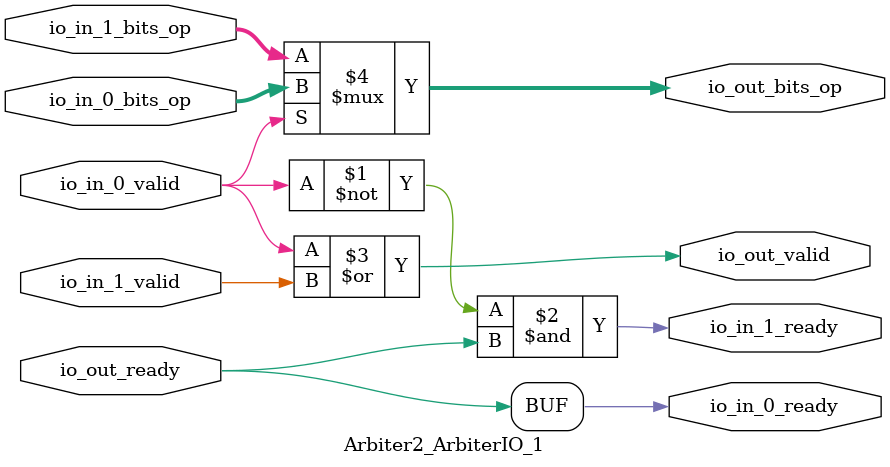
<source format=sv>
`ifndef RANDOMIZE
  `ifdef RANDOMIZE_MEM_INIT
    `define RANDOMIZE
  `endif // RANDOMIZE_MEM_INIT
`endif // not def RANDOMIZE
`ifndef RANDOMIZE
  `ifdef RANDOMIZE_REG_INIT
    `define RANDOMIZE
  `endif // RANDOMIZE_REG_INIT
`endif // not def RANDOMIZE

`ifndef RANDOM
  `define RANDOM $random
`endif // not def RANDOM

// Users can define INIT_RANDOM as general code that gets injected into the
// initializer block for modules with registers.
`ifndef INIT_RANDOM
  `define INIT_RANDOM
`endif // not def INIT_RANDOM

// If using random initialization, you can also define RANDOMIZE_DELAY to
// customize the delay used, otherwise 0.002 is used.
`ifndef RANDOMIZE_DELAY
  `define RANDOMIZE_DELAY 0.002
`endif // not def RANDOMIZE_DELAY

// Define INIT_RANDOM_PROLOG_ for use in our modules below.
`ifndef INIT_RANDOM_PROLOG_
  `ifdef RANDOMIZE
    `ifdef VERILATOR
      `define INIT_RANDOM_PROLOG_ `INIT_RANDOM
    `else  // VERILATOR
      `define INIT_RANDOM_PROLOG_ `INIT_RANDOM #`RANDOMIZE_DELAY begin end
    `endif // VERILATOR
  `else  // RANDOMIZE
    `define INIT_RANDOM_PROLOG_
  `endif // RANDOMIZE
`endif // not def INIT_RANDOM_PROLOG_

// Include register initializers in init blocks unless synthesis is set
`ifndef SYNTHESIS
  `ifndef ENABLE_INITIAL_REG_
    `define ENABLE_INITIAL_REG_
  `endif // not def ENABLE_INITIAL_REG_
`endif // not def SYNTHESIS

// Include rmemory initializers in init blocks unless synthesis is set
`ifndef SYNTHESIS
  `ifndef ENABLE_INITIAL_MEM_
    `define ENABLE_INITIAL_MEM_
  `endif // not def ENABLE_INITIAL_MEM_
`endif // not def SYNTHESIS

// Standard header to adapt well known macros for prints and assertions.

// Users can define 'PRINTF_COND' to add an extra gate to prints.
`ifndef PRINTF_COND_
  `ifdef PRINTF_COND
    `define PRINTF_COND_ (`PRINTF_COND)
  `else  // PRINTF_COND
    `define PRINTF_COND_ 1
  `endif // PRINTF_COND
`endif // not def PRINTF_COND_

// Users can define 'ASSERT_VERBOSE_COND' to add an extra gate to assert error printing.
`ifndef ASSERT_VERBOSE_COND_
  `ifdef ASSERT_VERBOSE_COND
    `define ASSERT_VERBOSE_COND_ (`ASSERT_VERBOSE_COND)
  `else  // ASSERT_VERBOSE_COND
    `define ASSERT_VERBOSE_COND_ 1
  `endif // ASSERT_VERBOSE_COND
`endif // not def ASSERT_VERBOSE_COND_

// Users can define 'STOP_COND' to add an extra gate to stop conditions.
`ifndef STOP_COND_
  `ifdef STOP_COND
    `define STOP_COND_ (`STOP_COND)
  `else  // STOP_COND
    `define STOP_COND_ 1
  `endif // STOP_COND
`endif // not def STOP_COND_

module Arbiter2_ArbiterIO_1(	// src/main/scala/chisel3/util/Arbiter.scala:133:7
  output       io_in_0_ready,	// src/main/scala/chisel3/util/Arbiter.scala:140:14
  input        io_in_0_valid,	// src/main/scala/chisel3/util/Arbiter.scala:140:14
  input  [2:0] io_in_0_bits_op,	// src/main/scala/chisel3/util/Arbiter.scala:140:14
  output       io_in_1_ready,	// src/main/scala/chisel3/util/Arbiter.scala:140:14
  input        io_in_1_valid,	// src/main/scala/chisel3/util/Arbiter.scala:140:14
  input  [2:0] io_in_1_bits_op,	// src/main/scala/chisel3/util/Arbiter.scala:140:14
  input        io_out_ready,	// src/main/scala/chisel3/util/Arbiter.scala:140:14
  output       io_out_valid,	// src/main/scala/chisel3/util/Arbiter.scala:140:14
  output [2:0] io_out_bits_op	// src/main/scala/chisel3/util/Arbiter.scala:140:14
);

  assign io_in_0_ready = io_out_ready;	// src/main/scala/chisel3/util/Arbiter.scala:133:7
  assign io_in_1_ready = ~io_in_0_valid & io_out_ready;	// src/main/scala/chisel3/util/Arbiter.scala:45:78, :133:7, :153:19
  assign io_out_valid = io_in_0_valid | io_in_1_valid;	// src/main/scala/chisel3/util/Arbiter.scala:133:7, :154:31
  assign io_out_bits_op = io_in_0_valid ? io_in_0_bits_op : io_in_1_bits_op;	// src/main/scala/chisel3/util/Arbiter.scala:133:7, :143:15, :145:26, :147:19
endmodule


</source>
